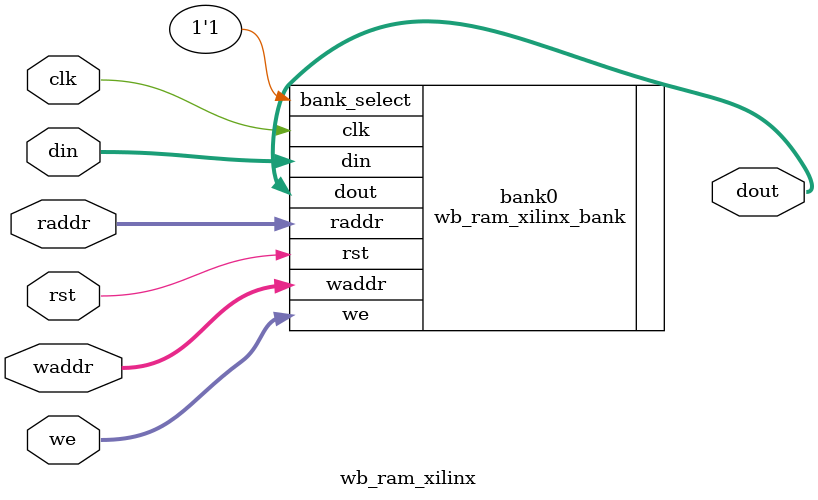
<source format=v>

module wb_ram_xilinx (/*AUTOARG*/
   // Outputs
   dout,
   // Inputs
   clk, rst, we, din, waddr, raddr
   ) ;

   
   input clk;
   input rst;   
   input [3:0] we;
   input [31:0] din;
   input [14:0] waddr;
   input [14:0] raddr;
   output wire [31:0] dout;

   initial begin
      $display("WB XILINX RAM");
      
   end

   
   wb_ram_xilinx_bank bank0(
                            // Outputs
                            .dout               (dout[31:0]),
                            // Inputs
                            .clk                (clk),
                            .rst                (rst),
                            .bank_select        (1'b1),
                            .we                 (we[3:0]),
                            .din                (din[31:0]),
                            .waddr              (waddr[14:0]),
                            .raddr              (raddr[14:0]));
   

   
endmodule // wb_ram_xilinx

</source>
